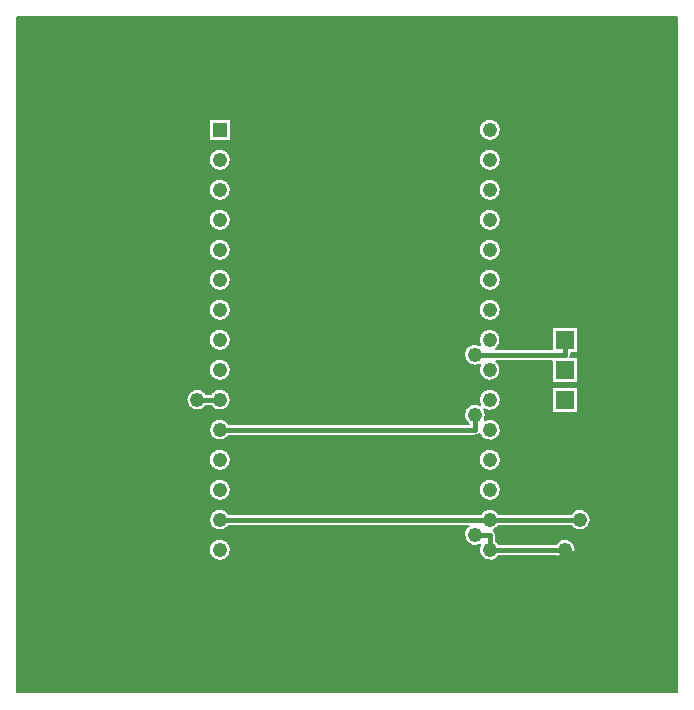
<source format=gbr>
G04 EasyPC Gerber Version 21.0.3 Build 4286 *
G04 #@! TF.Part,Single*
G04 #@! TF.FileFunction,Copper,L1,Top *
G04 #@! TF.FilePolarity,Positive *
%FSLAX35Y35*%
%MOIN*%
G04 #@! TA.AperFunction,ComponentPad*
%ADD29R,0.04862X0.04862*%
%ADD27R,0.06000X0.06000*%
G04 #@! TD.AperFunction*
%ADD11C,0.00500*%
%ADD16C,0.01500*%
G04 #@! TA.AperFunction,ViaPad*
%ADD21C,0.04800*%
G04 #@! TA.AperFunction,ComponentPad*
%ADD72C,0.04862*%
X0Y0D02*
D02*
D11*
X12750Y237750D02*
Y12750D01*
X232750*
Y237750*
X12750*
X77159Y112250D02*
G75*
G02X83931Y110250I3091J-2000D01*
G01*
G75*
G02X77159Y108250I-3681*
G01*
X75803*
G75*
G02X69100Y110250I-3053J2000*
G01*
G75*
G02X75803Y112250I3650*
G01*
X77159*
X80250Y63931D02*
G75*
G02X83931Y60250J-3681D01*
G01*
G75*
G02X80250Y56569I-3681*
G01*
G75*
G02X76569Y60250J3681*
G01*
G75*
G02X80250Y63931I3681*
G01*
X197197Y72250D02*
G75*
G02X203900Y70250I3053J-2000D01*
G01*
G75*
G02X197197Y68250I-3650*
G01*
X173341*
G75*
G02X171520Y66795I-3091J2000*
G01*
G75*
G02X172250Y65250I-1270J-1545*
G01*
Y63341*
G75*
G02X173341Y62250I-2000J-3091*
G01*
X192197*
G75*
G02X198900Y60250I3053J-2000*
G01*
G75*
G02X192197Y58250I-3650*
G01*
X173341*
G75*
G02X167054Y62077I-3091J2000*
G01*
G75*
G02X163171Y68250I-1804J3173*
G01*
X83341*
G75*
G02X76569Y70250I-3091J2000*
G01*
G75*
G02X83341Y72250I3681*
G01*
X167159*
G75*
G02X173341I3091J-2000*
G01*
X197197*
X80250Y83931D02*
G75*
G02X83931Y80250J-3681D01*
G01*
G75*
G02X80250Y76569I-3681*
G01*
G75*
G02X76569Y80250J3681*
G01*
G75*
G02X80250Y83931I3681*
G01*
Y93931D02*
G75*
G02X83931Y90250J-3681D01*
G01*
G75*
G02X80250Y86569I-3681*
G01*
G75*
G02X76569Y90250J3681*
G01*
G75*
G02X80250Y93931I3681*
G01*
X170250Y113931D02*
G75*
G02X173931Y110250J-3681D01*
G01*
G75*
G02X168423Y107054I-3681*
G01*
G75*
G02Y103446I-3173J-1804*
G01*
G75*
G02X173931Y100250I1827J-3196*
G01*
G75*
G02X166795Y98980I-3681*
G01*
G75*
G02X165250Y98250I-1545J1270*
G01*
X83341*
G75*
G02X76569Y100250I-3091J2000*
G01*
G75*
G02X83341Y102250I3681J0*
G01*
X163171*
G75*
G02X167054Y108423I2079J3000*
G01*
G75*
G02X170250Y113931I3196J1827*
G01*
Y83931D02*
G75*
G02X173931Y80250J-3681D01*
G01*
G75*
G02X170250Y76569I-3681*
G01*
G75*
G02X166569Y80250J3681*
G01*
G75*
G02X170250Y83931I3681*
G01*
Y93931D02*
G75*
G02Y86569J-3681D01*
G01*
G75*
G02X166569Y90250J3681*
G01*
G75*
G02X170250Y93931I3681*
G01*
X80250Y123931D02*
G75*
G02X83931Y120250J-3681D01*
G01*
G75*
G02X80250Y116569I-3681*
G01*
G75*
G02X76569Y120250J3681*
G01*
G75*
G02X80250Y123931I3681*
G01*
Y133931D02*
G75*
G02X83931Y130250J-3681D01*
G01*
G75*
G02X80250Y126569I-3681*
G01*
G75*
G02X76569Y130250J3681*
G01*
G75*
G02X80250Y133931I3681*
G01*
Y143931D02*
G75*
G02Y136569J-3681D01*
G01*
G75*
G02X76569Y140250J3681*
G01*
G75*
G02X80250Y143931I3681*
G01*
Y153931D02*
G75*
G02X83931Y150250J-3681D01*
G01*
G75*
G02X80250Y146569I-3681*
G01*
G75*
G02X76569Y150250J3681*
G01*
G75*
G02X80250Y153931I3681*
G01*
Y163931D02*
G75*
G02X83931Y160250J-3681D01*
G01*
G75*
G02X80250Y156569I-3681*
G01*
G75*
G02X76569Y160250J3681*
G01*
G75*
G02X80250Y163931I3681*
G01*
Y173931D02*
G75*
G02X83931Y170250J-3681D01*
G01*
G75*
G02X80250Y166569I-3681*
G01*
G75*
G02X76569Y170250J3681*
G01*
G75*
G02X80250Y173931I3681*
G01*
Y183931D02*
G75*
G02X83931Y180250J-3681D01*
G01*
G75*
G02X80250Y176569I-3681*
G01*
G75*
G02X76569Y180250J3681*
G01*
G75*
G02X80250Y183931I3681*
G01*
Y193931D02*
G75*
G02X83931Y190250J-3681D01*
G01*
G75*
G02X80250Y186569I-3681*
G01*
G75*
G02X76569Y190250J3681*
G01*
G75*
G02X80250Y193931I3681*
G01*
X76569Y203931D02*
X83931D01*
Y196569*
X76569*
Y203931*
X191000Y134500D02*
X199500D01*
Y126000*
X197250*
Y125250*
G75*
G02X197104Y124500I-2000J0*
G01*
X199500*
Y116000*
X191000*
Y123250*
X172383*
G75*
G02X170250Y116569I-2133J-3000*
G01*
G75*
G02X167054Y122077J3681*
G01*
G75*
G02X161600Y125250I-1804J3173*
G01*
G75*
G02X167054Y128423I3650*
G01*
G75*
G02X170250Y133931I3196J1827*
G01*
G75*
G02X172383Y127250J-3681*
G01*
X191000*
Y134500*
Y114500D02*
X199500D01*
Y106000*
X191000*
Y114500*
X170250Y143931D02*
G75*
G02X173931Y140250J-3681D01*
G01*
G75*
G02X170250Y136569I-3681*
G01*
G75*
G02X166569Y140250J3681*
G01*
G75*
G02X170250Y143931I3681*
G01*
Y153931D02*
G75*
G02X173931Y150250J-3681D01*
G01*
G75*
G02X170250Y146569I-3681*
G01*
G75*
G02X166569Y150250J3681*
G01*
G75*
G02X170250Y153931I3681*
G01*
Y163931D02*
G75*
G02Y156569J-3681D01*
G01*
G75*
G02X166569Y160250J3681*
G01*
G75*
G02X170250Y163931I3681*
G01*
Y173931D02*
G75*
G02X173931Y170250J-3681D01*
G01*
G75*
G02X170250Y166569I-3681*
G01*
G75*
G02X166569Y170250J3681*
G01*
G75*
G02X170250Y173931I3681*
G01*
Y183931D02*
G75*
G02X173931Y180250J-3681D01*
G01*
G75*
G02X170250Y176569I-3681*
G01*
G75*
G02X166569Y180250J3681*
G01*
G75*
G02X170250Y183931I3681*
G01*
Y193931D02*
G75*
G02X173931Y190250J-3681D01*
G01*
G75*
G02X170250Y186569I-3681*
G01*
G75*
G02X166569Y190250J3681*
G01*
G75*
G02X170250Y193931I3681*
G01*
Y203931D02*
G75*
G02X173931Y200250J-3681D01*
G01*
G75*
G02X170250Y196569I-3681*
G01*
G75*
G02X166569Y200250J3681*
G01*
G75*
G02X170250Y203931I3681*
G01*
X198900Y60250D02*
G36*
G75*
G02X192197Y58250I-3650D01*
G01*
X173341*
G75*
G02X166569Y60250I-3091J2000*
G01*
X83931*
G75*
G02X80250Y56569I-3681*
G01*
G75*
G02X76569Y60250J3681*
G01*
X13000*
Y13000*
X232500*
Y60250*
X198900*
G37*
X13000Y80250D02*
G36*
Y60250D01*
X76569*
G75*
G02X80250Y63931I3681*
G01*
G75*
G02X83931Y60250J-3681*
G01*
X166569*
G75*
G02X167054Y62077I3681*
G01*
G75*
G02X161600Y65250I-1804J3173*
G01*
G75*
G02X163171Y68250I3650*
G01*
X83341*
G75*
G02X76569Y70250I-3091J2000*
G01*
G75*
G02X83341Y72250I3681*
G01*
X167159*
G75*
G02X173341I3091J-2000*
G01*
X197197*
G75*
G02X203900Y70250I3053J-2000*
G01*
G75*
G02X197197Y68250I-3650*
G01*
X173341*
G75*
G02X171520Y66795I-3089J1999*
G01*
G75*
G02X172250Y65250I-1270J-1545*
G01*
Y63341*
G75*
G02X173341Y62250I-1994J-3085*
G01*
X192197*
G75*
G02X198900Y60250I3053J-2000*
G01*
X232500*
Y80250*
X173931*
G75*
G02X170250Y76569I-3681*
G01*
G75*
G02X166569Y80250J3681*
G01*
X83931*
G75*
G02X80250Y76569I-3681*
G01*
G75*
G02X76569Y80250J3681*
G01*
X13000*
G37*
Y90250D02*
G36*
Y80250D01*
X76569*
G75*
G02X80250Y83931I3681*
G01*
G75*
G02X83931Y80250J-3681*
G01*
X166569*
G75*
G02X170250Y83931I3681*
G01*
G75*
G02X173931Y80250J-3681*
G01*
X232500*
Y90250*
X173931*
G75*
G02X170250Y86569I-3681*
G01*
G75*
G02X166569Y90250J3681*
G01*
X83931*
G75*
G02X80250Y86569I-3681*
G01*
G75*
G02X76569Y90250J3681*
G01*
X13000*
G37*
X199500Y110250D02*
G36*
Y106000D01*
X191000*
Y110250*
X173931*
Y110250*
G75*
G02X168423Y107054I-3681*
G01*
G75*
G02X168900Y105250I-3173J-1804*
G01*
G75*
G02X168423Y103446I-3650*
G01*
G75*
G02X173931Y100250I1827J-3195*
G01*
Y100250*
G75*
G02X166795Y98980I-3681J0*
G01*
G75*
G02X165250Y98250I-1545J1270*
G01*
X83341*
G75*
G02X76569Y100250I-3091J2000*
G01*
G75*
G02X83341Y102250I3681*
G01*
X163171*
G75*
G02X161600Y105250I2079J3000*
G01*
G75*
G02X167054Y108423I3650*
G01*
G75*
G02X166569Y110250I3196J1827*
G01*
X83931*
G75*
G02X77159Y108250I-3681*
G01*
X75803*
G75*
G02X69100Y110250I-3053J2000*
G01*
X13000*
Y90250*
X76569*
G75*
G02X80250Y93931I3681*
G01*
G75*
G02X83931Y90250J-3681*
G01*
X166569*
G75*
G02X170250Y93931I3681*
G01*
G75*
G02X173931Y90250J-3681*
G01*
X232500*
Y110250*
X199500*
G37*
Y120250D02*
G36*
Y116000D01*
X191000*
Y120250*
X173931*
G75*
G02X170250Y116569I-3681*
G01*
G75*
G02X166569Y120250J3681*
G01*
X83931*
G75*
G02X80250Y116569I-3681*
G01*
G75*
G02X76569Y120250J3681*
G01*
X13000*
Y110250*
X69100*
G75*
G02X75803Y112250I3650*
G01*
X77159*
G75*
G02X83931Y110250I3091J-2000*
G01*
X166569*
G75*
G02X170250Y113931I3681*
G01*
G75*
G02X173931Y110250J-3681*
G01*
X191000*
Y114500*
X199500*
Y110250*
X232500*
Y120250*
X199500*
G37*
X166569Y130250D02*
G36*
X83931D01*
G75*
G02X80250Y126569I-3681*
G01*
G75*
G02X76569Y130250J3681*
G01*
X13000*
Y120250*
X76569*
G75*
G02X80250Y123931I3681*
G01*
G75*
G02X83931Y120250J-3681*
G01*
X166569*
G75*
G02X167054Y122077I3681*
G01*
G75*
G02X161600Y125250I-1804J3172*
G01*
Y125250*
Y125250*
G75*
G02X167054Y128423I3650*
G01*
G75*
G02X166569Y130250I3196J1827*
G01*
G37*
X191000Y120250D02*
G36*
Y123250D01*
X172383*
G75*
G02X173931Y120250I-2133J-3000*
G01*
X191000*
G37*
Y130250D02*
G36*
X173931D01*
G75*
G02X172383Y127250I-3681*
G01*
X191000*
Y130250*
G37*
X199500D02*
G36*
Y126000D01*
X197250*
Y125250*
G75*
G02X197104Y124500I-2008J2*
G01*
X199500*
Y120250*
X232500*
Y130250*
X199500*
G37*
G36*
X232500*
Y140250*
X173931*
G75*
G02X170250Y136569I-3681*
G01*
G75*
G02X166569Y140250J3681*
G01*
X83931*
G75*
G02X80250Y136569I-3681*
G01*
G75*
G02X76569Y140250J3681*
G01*
X13000*
Y130250*
X76569*
G75*
G02X80250Y133931I3681*
G01*
G75*
G02X83931Y130250J-3681*
G01*
X166569*
G75*
G02X170250Y133931I3681*
G01*
G75*
G02X173931Y130250J-3681*
G01*
X191000*
Y134500*
X199500*
Y130250*
G37*
X13000Y150250D02*
G36*
Y140250D01*
X76569*
G75*
G02X80250Y143931I3681*
G01*
G75*
G02X83931Y140250J-3681*
G01*
X166569*
G75*
G02X170250Y143931I3681*
G01*
G75*
G02X173931Y140250J-3681*
G01*
X232500*
Y150250*
X173931*
G75*
G02X170250Y146569I-3681*
G01*
G75*
G02X166569Y150250J3681*
G01*
X83931*
G75*
G02X80250Y146569I-3681*
G01*
G75*
G02X76569Y150250J3681*
G01*
X13000*
G37*
Y160250D02*
G36*
Y150250D01*
X76569*
G75*
G02X80250Y153931I3681*
G01*
G75*
G02X83931Y150250J-3681*
G01*
X166569*
G75*
G02X170250Y153931I3681*
G01*
G75*
G02X173931Y150250J-3681*
G01*
X232500*
Y160250*
X173931*
G75*
G02X170250Y156569I-3681*
G01*
G75*
G02X166569Y160250J3681*
G01*
X83931*
G75*
G02X80250Y156569I-3681*
G01*
G75*
G02X76569Y160250J3681*
G01*
X13000*
G37*
Y170250D02*
G36*
Y160250D01*
X76569*
G75*
G02X80250Y163931I3681*
G01*
G75*
G02X83931Y160250J-3681*
G01*
X166569*
G75*
G02X170250Y163931I3681*
G01*
G75*
G02X173931Y160250J-3681*
G01*
X232500*
Y170250*
X173931*
G75*
G02X170250Y166569I-3681*
G01*
G75*
G02X166569Y170250J3681*
G01*
X83931*
G75*
G02X80250Y166569I-3681*
G01*
G75*
G02X76569Y170250J3681*
G01*
X13000*
G37*
Y180250D02*
G36*
Y170250D01*
X76569*
G75*
G02X80250Y173931I3681*
G01*
G75*
G02X83931Y170250J-3681*
G01*
X166569*
G75*
G02X170250Y173931I3681*
G01*
G75*
G02X173931Y170250J-3681*
G01*
X232500*
Y180250*
X173931*
G75*
G02X170250Y176569I-3681*
G01*
G75*
G02X166569Y180250J3681*
G01*
X83931*
G75*
G02X80250Y176569I-3681*
G01*
G75*
G02X76569Y180250J3681*
G01*
X13000*
G37*
Y190250D02*
G36*
Y180250D01*
X76569*
G75*
G02X80250Y183931I3681*
G01*
G75*
G02X83931Y180250J-3681*
G01*
X166569*
G75*
G02X170250Y183931I3681*
G01*
G75*
G02X173931Y180250J-3681*
G01*
X232500*
Y190250*
X173931*
G75*
G02X170250Y186569I-3681*
G01*
G75*
G02X166569Y190250J3681*
G01*
X83931*
G75*
G02X80250Y186569I-3681*
G01*
G75*
G02X76569Y190250J3681*
G01*
X13000*
G37*
X83931Y200250D02*
G36*
Y196569D01*
X76569*
Y200250*
X13000*
Y190250*
X76569*
G75*
G02X80250Y193931I3681*
G01*
G75*
G02X83931Y190250J-3681*
G01*
X166569*
G75*
G02X170250Y193931I3681*
G01*
G75*
G02X173931Y190250J-3681*
G01*
X232500*
Y200250*
X173931*
G75*
G02X170250Y196569I-3681*
G01*
G75*
G02X166569Y200250J3681*
G01*
X83931*
G37*
X13000Y237500D02*
G36*
Y200250D01*
X76569*
Y203931*
X83931*
Y200250*
X166569*
G75*
G02X170250Y203931I3681*
G01*
G75*
G02X173931Y200250J-3681*
G01*
X232500*
Y237500*
X13000*
G37*
D02*
D16*
X72750Y110250D02*
X80250D01*
X165250Y65250D02*
X170250D01*
Y60250*
X165250Y105250D02*
Y100250D01*
X80250*
X165250Y125250D02*
X195250D01*
Y130250*
X170250Y70250D02*
X80250D01*
X195250Y60250D02*
X170250D01*
X200250Y70250D02*
X170250D01*
D02*
D21*
X72750Y110250D03*
X165250Y65250D03*
Y105250D03*
Y125250D03*
X195250Y60250D03*
X200250Y70250D03*
D02*
D27*
X195250Y110250D03*
Y120250D03*
Y130250D03*
D02*
D29*
X80250Y200250D03*
D02*
D72*
Y60250D03*
Y70250D03*
Y80250D03*
Y90250D03*
Y100250D03*
Y110250D03*
Y120250D03*
Y130250D03*
Y140250D03*
Y150250D03*
Y160250D03*
Y170250D03*
Y180250D03*
Y190250D03*
X170250Y60250D03*
Y70250D03*
Y80250D03*
Y90250D03*
Y100250D03*
Y110250D03*
Y120250D03*
Y130250D03*
Y140250D03*
Y150250D03*
Y160250D03*
Y170250D03*
Y180250D03*
Y190250D03*
Y200250D03*
X0Y0D02*
M02*

</source>
